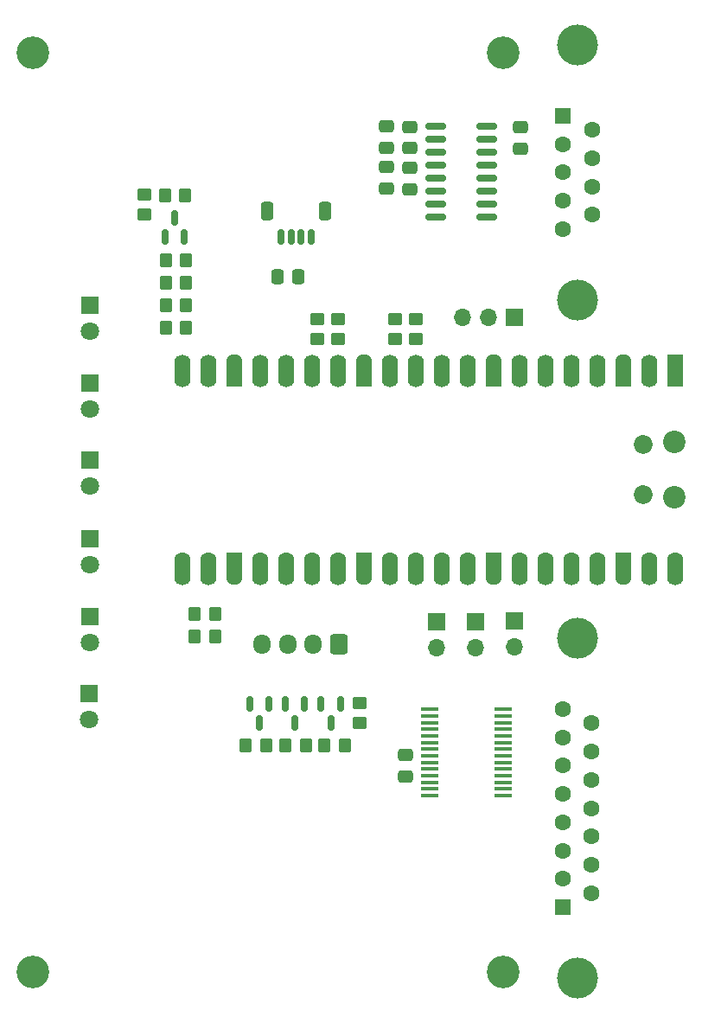
<source format=gts>
G04 #@! TF.GenerationSoftware,KiCad,Pcbnew,8.0.6*
G04 #@! TF.CreationDate,2024-11-26T08:02:09+01:00*
G04 #@! TF.ProjectId,vt2_communicator,7674325f-636f-46d6-9d75-6e696361746f,rev?*
G04 #@! TF.SameCoordinates,Original*
G04 #@! TF.FileFunction,Soldermask,Top*
G04 #@! TF.FilePolarity,Negative*
%FSLAX46Y46*%
G04 Gerber Fmt 4.6, Leading zero omitted, Abs format (unit mm)*
G04 Created by KiCad (PCBNEW 8.0.6) date 2024-11-26 08:02:09*
%MOMM*%
%LPD*%
G01*
G04 APERTURE LIST*
G04 Aperture macros list*
%AMRoundRect*
0 Rectangle with rounded corners*
0 $1 Rounding radius*
0 $2 $3 $4 $5 $6 $7 $8 $9 X,Y pos of 4 corners*
0 Add a 4 corners polygon primitive as box body*
4,1,4,$2,$3,$4,$5,$6,$7,$8,$9,$2,$3,0*
0 Add four circle primitives for the rounded corners*
1,1,$1+$1,$2,$3*
1,1,$1+$1,$4,$5*
1,1,$1+$1,$6,$7*
1,1,$1+$1,$8,$9*
0 Add four rect primitives between the rounded corners*
20,1,$1+$1,$2,$3,$4,$5,0*
20,1,$1+$1,$4,$5,$6,$7,0*
20,1,$1+$1,$6,$7,$8,$9,0*
20,1,$1+$1,$8,$9,$2,$3,0*%
%AMFreePoly0*
4,1,28,0.178017,0.779942,0.347107,0.720775,0.498792,0.625465,0.625465,0.498792,0.720775,0.347107,0.779942,0.178017,0.800000,0.000000,0.779942,-0.178017,0.720775,-0.347107,0.625465,-0.498792,0.498792,-0.625465,0.347107,-0.720775,0.178017,-0.779942,0.000000,-0.800000,-2.200000,-0.800000,-2.205014,-0.794986,-2.244504,-0.794986,-2.324698,-0.756366,-2.380194,-0.686777,-2.400000,-0.600000,
-2.400000,0.600000,-2.380194,0.686777,-2.324698,0.756366,-2.244504,0.794986,-2.205014,0.794986,-2.200000,0.800000,0.000000,0.800000,0.178017,0.779942,0.178017,0.779942,$1*%
%AMFreePoly1*
4,1,28,0.605014,0.794986,0.644504,0.794986,0.724698,0.756366,0.780194,0.686777,0.800000,0.600000,0.800000,-0.600000,0.780194,-0.686777,0.724698,-0.756366,0.644504,-0.794986,0.605014,-0.794986,0.600000,-0.800000,0.000000,-0.800000,-0.178017,-0.779942,-0.347107,-0.720775,-0.498792,-0.625465,-0.625465,-0.498792,-0.720775,-0.347107,-0.779942,-0.178017,-0.800000,0.000000,-0.779942,0.178017,
-0.720775,0.347107,-0.625465,0.498792,-0.498792,0.625465,-0.347107,0.720775,-0.178017,0.779942,0.000000,0.800000,0.600000,0.800000,0.605014,0.794986,0.605014,0.794986,$1*%
%AMFreePoly2*
4,1,29,0.605014,0.794986,0.644504,0.794986,0.724698,0.756366,0.780194,0.686777,0.800000,0.600000,0.800000,-0.600000,0.780194,-0.686777,0.724698,-0.756366,0.644504,-0.794986,0.605014,-0.794986,0.600000,-0.800000,0.000000,-0.800000,-1.600000,-0.800000,-1.778017,-0.779942,-1.947107,-0.720775,-2.098792,-0.625465,-2.225465,-0.498792,-2.320775,-0.347107,-2.379942,-0.178017,-2.400000,0.000000,
-2.379942,0.178017,-2.320775,0.347107,-2.225465,0.498792,-2.098792,0.625465,-1.947107,0.720775,-1.778017,0.779942,-1.600000,0.800000,0.600000,0.800000,0.605014,0.794986,0.605014,0.794986,$1*%
%AMFreePoly3*
4,1,28,0.178017,0.779942,0.347107,0.720775,0.498792,0.625465,0.625465,0.498792,0.720775,0.347107,0.779942,0.178017,0.800000,0.000000,0.779942,-0.178017,0.720775,-0.347107,0.625465,-0.498792,0.498792,-0.625465,0.347107,-0.720775,0.178017,-0.779942,0.000000,-0.800000,-0.600000,-0.800000,-0.605014,-0.794986,-0.644504,-0.794986,-0.724698,-0.756366,-0.780194,-0.686777,-0.800000,-0.600000,
-0.800000,0.600000,-0.780194,0.686777,-0.724698,0.756366,-0.644504,0.794986,-0.605014,0.794986,-0.600000,0.800000,0.000000,0.800000,0.178017,0.779942,0.178017,0.779942,$1*%
%AMFreePoly4*
4,1,29,1.778017,0.779942,1.947107,0.720775,2.098792,0.625465,2.225465,0.498792,2.320775,0.347107,2.379942,0.178017,2.400000,0.000000,2.379942,-0.178017,2.320775,-0.347107,2.225465,-0.498792,2.098792,-0.625465,1.947107,-0.720775,1.778017,-0.779942,1.600000,-0.800000,0.000000,-0.800000,-0.600000,-0.800000,-0.605014,-0.794986,-0.644504,-0.794986,-0.724698,-0.756366,-0.780194,-0.686777,
-0.800000,-0.600000,-0.800000,0.600000,-0.780194,0.686777,-0.724698,0.756366,-0.644504,0.794986,-0.605014,0.794986,-0.600000,0.800000,1.600000,0.800000,1.778017,0.779942,1.778017,0.779942,$1*%
G04 Aperture macros list end*
%ADD10RoundRect,0.250000X-0.475000X0.337500X-0.475000X-0.337500X0.475000X-0.337500X0.475000X0.337500X0*%
%ADD11RoundRect,0.250000X0.475000X-0.337500X0.475000X0.337500X-0.475000X0.337500X-0.475000X-0.337500X0*%
%ADD12RoundRect,0.250000X-0.337500X-0.475000X0.337500X-0.475000X0.337500X0.475000X-0.337500X0.475000X0*%
%ADD13RoundRect,0.250000X0.450000X-0.350000X0.450000X0.350000X-0.450000X0.350000X-0.450000X-0.350000X0*%
%ADD14R,1.800000X1.800000*%
%ADD15C,1.800000*%
%ADD16RoundRect,0.250000X-0.350000X-0.450000X0.350000X-0.450000X0.350000X0.450000X-0.350000X0.450000X0*%
%ADD17RoundRect,0.250000X0.350000X0.450000X-0.350000X0.450000X-0.350000X-0.450000X0.350000X-0.450000X0*%
%ADD18R,1.700000X1.700000*%
%ADD19O,1.700000X1.700000*%
%ADD20C,3.200000*%
%ADD21RoundRect,0.150000X-0.150000X-0.625000X0.150000X-0.625000X0.150000X0.625000X-0.150000X0.625000X0*%
%ADD22RoundRect,0.250000X-0.350000X-0.650000X0.350000X-0.650000X0.350000X0.650000X-0.350000X0.650000X0*%
%ADD23RoundRect,0.250000X-0.450000X0.350000X-0.450000X-0.350000X0.450000X-0.350000X0.450000X0.350000X0*%
%ADD24C,2.200000*%
%ADD25C,1.850000*%
%ADD26RoundRect,0.200000X-0.600000X0.600000X-0.600000X-0.600000X0.600000X-0.600000X0.600000X0.600000X0*%
%ADD27FreePoly0,270.000000*%
%ADD28C,1.600000*%
%ADD29RoundRect,0.800000X-0.000010X0.800000X-0.000010X-0.800000X0.000010X-0.800000X0.000010X0.800000X0*%
%ADD30FreePoly1,270.000000*%
%ADD31FreePoly2,270.000000*%
%ADD32FreePoly3,270.000000*%
%ADD33FreePoly4,270.000000*%
%ADD34C,4.000000*%
%ADD35R,1.600000X1.600000*%
%ADD36RoundRect,0.150000X-0.825000X-0.150000X0.825000X-0.150000X0.825000X0.150000X-0.825000X0.150000X0*%
%ADD37R,1.750000X0.450000*%
%ADD38RoundRect,0.150000X-0.150000X0.587500X-0.150000X-0.587500X0.150000X-0.587500X0.150000X0.587500X0*%
%ADD39RoundRect,0.250000X0.600000X0.725000X-0.600000X0.725000X-0.600000X-0.725000X0.600000X-0.725000X0*%
%ADD40O,1.700000X1.950000*%
%ADD41RoundRect,0.150000X0.150000X-0.587500X0.150000X0.587500X-0.150000X0.587500X-0.150000X-0.587500X0*%
G04 APERTURE END LIST*
D10*
X191200000Y-51787500D03*
X191200000Y-53862500D03*
D11*
X178100000Y-57775000D03*
X178100000Y-55700000D03*
D12*
X167425000Y-66450000D03*
X169500000Y-66450000D03*
D13*
X154400000Y-60350000D03*
X154400000Y-58350000D03*
D14*
X149050000Y-99660000D03*
D15*
X149050000Y-102200000D03*
D16*
X168200000Y-112275000D03*
X170200000Y-112275000D03*
D17*
X158500000Y-67000000D03*
X156500000Y-67000000D03*
D11*
X180400000Y-53837500D03*
X180400000Y-51762500D03*
D18*
X186850000Y-100160000D03*
D19*
X186850000Y-102700000D03*
D14*
X149075000Y-76825000D03*
D15*
X149075000Y-79365000D03*
D14*
X149100000Y-69210000D03*
D15*
X149100000Y-71750000D03*
D20*
X143500000Y-44500000D03*
D17*
X158500000Y-71400000D03*
X156500000Y-71400000D03*
D21*
X167762500Y-62500000D03*
X168762500Y-62500000D03*
X169762500Y-62500000D03*
X170762500Y-62500000D03*
D22*
X166462500Y-59975000D03*
X172062500Y-59975000D03*
D23*
X171300000Y-70550000D03*
X171300000Y-72550000D03*
X178950000Y-70550000D03*
X178950000Y-72550000D03*
X173350000Y-70550000D03*
X173350000Y-72550000D03*
D14*
X149000000Y-107210000D03*
D15*
X149000000Y-109750000D03*
D24*
X206270000Y-82585000D03*
D25*
X203240000Y-82885000D03*
X203240000Y-87735000D03*
D24*
X206270000Y-88035000D03*
D26*
X206400000Y-76420000D03*
D27*
X206400000Y-76420000D03*
D28*
X203860000Y-76420000D03*
D29*
X203860000Y-75620000D03*
D30*
X201320000Y-76420000D03*
D31*
X201320000Y-76420000D03*
D28*
X198780000Y-76420000D03*
D29*
X198780000Y-75620000D03*
D28*
X196240000Y-76420000D03*
D29*
X196240000Y-75620000D03*
D28*
X193700000Y-76420000D03*
D29*
X193700000Y-75620000D03*
D28*
X191160000Y-76420000D03*
D29*
X191160000Y-75620000D03*
D30*
X188620000Y-76420000D03*
D31*
X188620000Y-76420000D03*
D28*
X186080000Y-76420000D03*
D29*
X186080000Y-75620000D03*
D28*
X183540000Y-76420000D03*
D29*
X183540000Y-75620000D03*
D28*
X181000000Y-76420000D03*
D29*
X181000000Y-75620000D03*
D28*
X178460000Y-76420000D03*
D29*
X178460000Y-75620000D03*
D30*
X175920000Y-76420000D03*
D31*
X175920000Y-76420000D03*
D28*
X173380000Y-76420000D03*
D29*
X173380000Y-75620000D03*
D28*
X170840000Y-76420000D03*
D29*
X170840000Y-75620000D03*
D28*
X168300000Y-76420000D03*
D29*
X168300000Y-75620000D03*
D28*
X165760000Y-76420000D03*
D29*
X165760000Y-75620000D03*
D30*
X163220000Y-76420000D03*
D31*
X163220000Y-76420000D03*
D28*
X160680000Y-76420000D03*
D29*
X160680000Y-75620000D03*
D28*
X158140000Y-76420000D03*
D29*
X158140000Y-75620000D03*
D28*
X158140000Y-94200000D03*
D29*
X158140000Y-95000000D03*
D28*
X160680000Y-94200000D03*
D29*
X160680000Y-95000000D03*
D32*
X163220000Y-94200000D03*
D33*
X163220000Y-94200000D03*
D28*
X165760000Y-94200000D03*
D29*
X165760000Y-95000000D03*
D28*
X168300000Y-94200000D03*
D29*
X168300000Y-95000000D03*
D28*
X170840000Y-94200000D03*
D29*
X170840000Y-95000000D03*
D28*
X173380000Y-94200000D03*
D29*
X173380000Y-95000000D03*
D32*
X175920000Y-94200000D03*
D33*
X175920000Y-94200000D03*
D28*
X178460000Y-94200000D03*
D29*
X178460000Y-95000000D03*
D28*
X181000000Y-94200000D03*
D29*
X181000000Y-95000000D03*
D28*
X183540000Y-94200000D03*
D29*
X183540000Y-95000000D03*
D28*
X186080000Y-94200000D03*
D29*
X186080000Y-95000000D03*
D32*
X188620000Y-94200000D03*
D33*
X188620000Y-94200000D03*
D28*
X191160000Y-94200000D03*
D29*
X191160000Y-95000000D03*
D28*
X193700000Y-94200000D03*
D29*
X193700000Y-95000000D03*
D28*
X196240000Y-94200000D03*
D29*
X196240000Y-95000000D03*
D28*
X198780000Y-94200000D03*
D29*
X198780000Y-95000000D03*
D32*
X201320000Y-94200000D03*
D33*
X201320000Y-94200000D03*
D28*
X203860000Y-94200000D03*
D29*
X203860000Y-95000000D03*
D28*
X206400000Y-94200000D03*
D29*
X206400000Y-95000000D03*
D18*
X190680000Y-70400000D03*
D19*
X188140000Y-70400000D03*
X185600000Y-70400000D03*
D18*
X190650000Y-100125000D03*
D19*
X190650000Y-102665000D03*
D10*
X178100000Y-51725000D03*
X178100000Y-53800000D03*
D34*
X196780000Y-135100000D03*
X196780000Y-101800000D03*
D35*
X195360000Y-128145000D03*
D28*
X195360000Y-125375000D03*
X195360000Y-122605000D03*
X195360000Y-119835000D03*
X195360000Y-117065000D03*
X195360000Y-114295000D03*
X195360000Y-111525000D03*
X195360000Y-108755000D03*
X198200000Y-126760000D03*
X198200000Y-123990000D03*
X198200000Y-121220000D03*
X198200000Y-118450000D03*
X198200000Y-115680000D03*
X198200000Y-112910000D03*
X198200000Y-110140000D03*
D20*
X189500000Y-44500000D03*
D23*
X181000000Y-70550000D03*
X181000000Y-72550000D03*
D16*
X164350000Y-112275000D03*
X166350000Y-112275000D03*
X172050000Y-112275000D03*
X174050000Y-112275000D03*
D34*
X196800000Y-68700000D03*
X196800000Y-43700000D03*
D35*
X195380000Y-50660000D03*
D28*
X195380000Y-53430000D03*
X195380000Y-56200000D03*
X195380000Y-58970000D03*
X195380000Y-61740000D03*
X198220000Y-52045000D03*
X198220000Y-54815000D03*
X198220000Y-57585000D03*
X198220000Y-60355000D03*
D36*
X182950000Y-51710000D03*
X182950000Y-52980000D03*
X182950000Y-54250000D03*
X182950000Y-55520000D03*
X182950000Y-56790000D03*
X182950000Y-58060000D03*
X182950000Y-59330000D03*
X182950000Y-60600000D03*
X187900000Y-60600000D03*
X187900000Y-59330000D03*
X187900000Y-58060000D03*
X187900000Y-56790000D03*
X187900000Y-55520000D03*
X187900000Y-54250000D03*
X187900000Y-52980000D03*
X187900000Y-51710000D03*
D16*
X159350000Y-99450000D03*
X161350000Y-99450000D03*
X159350000Y-101650000D03*
X161350000Y-101650000D03*
D37*
X182375000Y-108775000D03*
X182375000Y-109425000D03*
X182375000Y-110075000D03*
X182375000Y-110725000D03*
X182375000Y-111375000D03*
X182375000Y-112025000D03*
X182375000Y-112675000D03*
X182375000Y-113325000D03*
X182375000Y-113975000D03*
X182375000Y-114625000D03*
X182375000Y-115275000D03*
X182375000Y-115925000D03*
X182375000Y-116575000D03*
X182375000Y-117225000D03*
X189575000Y-117225000D03*
X189575000Y-116575000D03*
X189575000Y-115925000D03*
X189575000Y-115275000D03*
X189575000Y-114625000D03*
X189575000Y-113975000D03*
X189575000Y-113325000D03*
X189575000Y-112675000D03*
X189575000Y-112025000D03*
X189575000Y-111375000D03*
X189575000Y-110725000D03*
X189575000Y-110075000D03*
X189575000Y-109425000D03*
X189575000Y-108775000D03*
D17*
X158500000Y-64800000D03*
X156500000Y-64800000D03*
D20*
X143500000Y-134500000D03*
D38*
X166600000Y-108225000D03*
X164700000Y-108225000D03*
X165650000Y-110100000D03*
D13*
X175500000Y-110125000D03*
X175500000Y-108125000D03*
D38*
X173600000Y-108225000D03*
X171700000Y-108225000D03*
X172650000Y-110100000D03*
D10*
X180400000Y-55762500D03*
X180400000Y-57837500D03*
D20*
X189500000Y-134500000D03*
D14*
X149075000Y-84375000D03*
D15*
X149075000Y-86915000D03*
D18*
X183050000Y-100160000D03*
D19*
X183050000Y-102700000D03*
D17*
X158500000Y-69200000D03*
X156500000Y-69200000D03*
D10*
X179975000Y-113262500D03*
X179975000Y-115337500D03*
D39*
X173450000Y-102400000D03*
D40*
X170950000Y-102400000D03*
X168450000Y-102400000D03*
X165950000Y-102400000D03*
D38*
X170100000Y-108237500D03*
X168200000Y-108237500D03*
X169150000Y-110112500D03*
D16*
X156400000Y-58450000D03*
X158400000Y-58450000D03*
D41*
X156400000Y-62550000D03*
X158300000Y-62550000D03*
X157350000Y-60675000D03*
D14*
X149100000Y-92060000D03*
D15*
X149100000Y-94600000D03*
M02*

</source>
